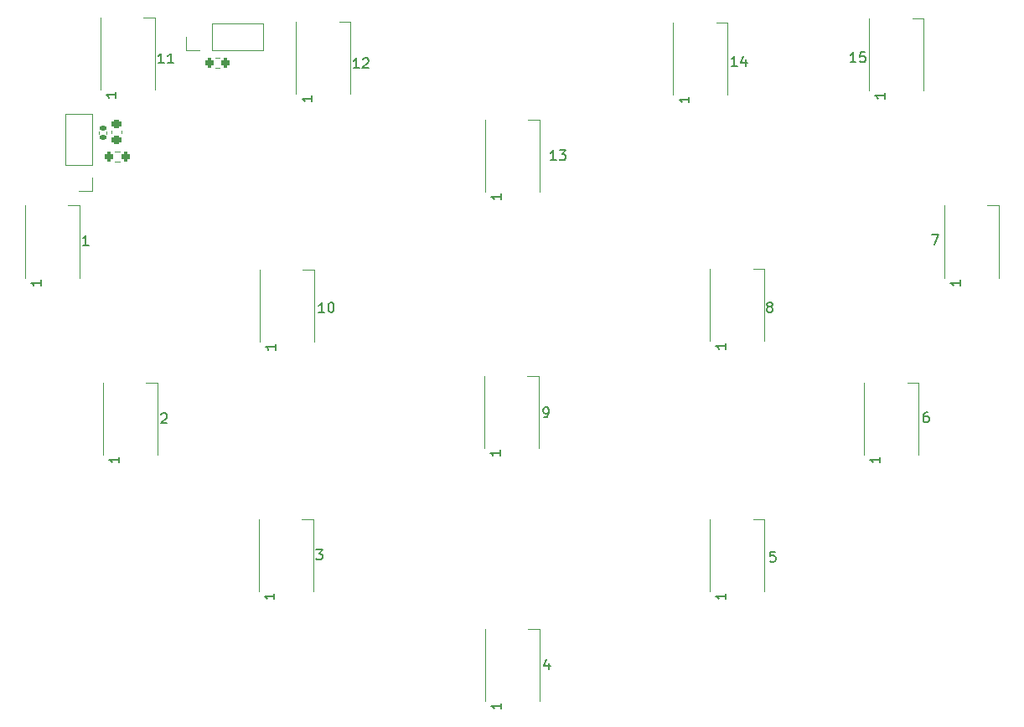
<source format=gto>
%TF.GenerationSoftware,KiCad,Pcbnew,6.0.4-6f826c9f35~116~ubuntu20.04.1*%
%TF.CreationDate,2022-04-29T20:59:42-06:00*%
%TF.ProjectId,heart,68656172-742e-46b6-9963-61645f706362,rev?*%
%TF.SameCoordinates,Original*%
%TF.FileFunction,Legend,Top*%
%TF.FilePolarity,Positive*%
%FSLAX46Y46*%
G04 Gerber Fmt 4.6, Leading zero omitted, Abs format (unit mm)*
G04 Created by KiCad (PCBNEW 6.0.4-6f826c9f35~116~ubuntu20.04.1) date 2022-04-29 20:59:42*
%MOMM*%
%LPD*%
G01*
G04 APERTURE LIST*
G04 Aperture macros list*
%AMRoundRect*
0 Rectangle with rounded corners*
0 $1 Rounding radius*
0 $2 $3 $4 $5 $6 $7 $8 $9 X,Y pos of 4 corners*
0 Add a 4 corners polygon primitive as box body*
4,1,4,$2,$3,$4,$5,$6,$7,$8,$9,$2,$3,0*
0 Add four circle primitives for the rounded corners*
1,1,$1+$1,$2,$3*
1,1,$1+$1,$4,$5*
1,1,$1+$1,$6,$7*
1,1,$1+$1,$8,$9*
0 Add four rect primitives between the rounded corners*
20,1,$1+$1,$2,$3,$4,$5,0*
20,1,$1+$1,$4,$5,$6,$7,0*
20,1,$1+$1,$6,$7,$8,$9,0*
20,1,$1+$1,$8,$9,$2,$3,0*%
G04 Aperture macros list end*
%ADD10C,0.150000*%
%ADD11C,0.120000*%
%ADD12C,3.200000*%
%ADD13R,1.000000X1.500000*%
%ADD14RoundRect,0.200000X-0.200000X-0.275000X0.200000X-0.275000X0.200000X0.275000X-0.200000X0.275000X0*%
%ADD15R,1.700000X1.700000*%
%ADD16O,1.700000X1.700000*%
%ADD17RoundRect,0.225000X-0.250000X0.225000X-0.250000X-0.225000X0.250000X-0.225000X0.250000X0.225000X0*%
%ADD18RoundRect,0.140000X-0.170000X0.140000X-0.170000X-0.140000X0.170000X-0.140000X0.170000X0.140000X0*%
G04 APERTURE END LIST*
D10*
X64209523Y-114152380D02*
X63638095Y-114152380D01*
X63923809Y-114152380D02*
X63923809Y-113152380D01*
X63828571Y-113295238D01*
X63733333Y-113390476D01*
X63638095Y-113438095D01*
X64828571Y-113152380D02*
X64923809Y-113152380D01*
X65019047Y-113200000D01*
X65066666Y-113247619D01*
X65114285Y-113342857D01*
X65161904Y-113533333D01*
X65161904Y-113771428D01*
X65114285Y-113961904D01*
X65066666Y-114057142D01*
X65019047Y-114104761D01*
X64923809Y-114152380D01*
X64828571Y-114152380D01*
X64733333Y-114104761D01*
X64685714Y-114057142D01*
X64638095Y-113961904D01*
X64590476Y-113771428D01*
X64590476Y-113533333D01*
X64638095Y-113342857D01*
X64685714Y-113247619D01*
X64733333Y-113200000D01*
X64828571Y-113152380D01*
X67709523Y-89452380D02*
X67138095Y-89452380D01*
X67423809Y-89452380D02*
X67423809Y-88452380D01*
X67328571Y-88595238D01*
X67233333Y-88690476D01*
X67138095Y-88738095D01*
X68090476Y-88547619D02*
X68138095Y-88500000D01*
X68233333Y-88452380D01*
X68471428Y-88452380D01*
X68566666Y-88500000D01*
X68614285Y-88547619D01*
X68661904Y-88642857D01*
X68661904Y-88738095D01*
X68614285Y-88880952D01*
X68042857Y-89452380D01*
X68661904Y-89452380D01*
X117909523Y-88852380D02*
X117338095Y-88852380D01*
X117623809Y-88852380D02*
X117623809Y-87852380D01*
X117528571Y-87995238D01*
X117433333Y-88090476D01*
X117338095Y-88138095D01*
X118814285Y-87852380D02*
X118338095Y-87852380D01*
X118290476Y-88328571D01*
X118338095Y-88280952D01*
X118433333Y-88233333D01*
X118671428Y-88233333D01*
X118766666Y-88280952D01*
X118814285Y-88328571D01*
X118861904Y-88423809D01*
X118861904Y-88661904D01*
X118814285Y-88757142D01*
X118766666Y-88804761D01*
X118671428Y-88852380D01*
X118433333Y-88852380D01*
X118338095Y-88804761D01*
X118290476Y-88757142D01*
X86890476Y-149585714D02*
X86890476Y-150252380D01*
X86652380Y-149204761D02*
X86414285Y-149919047D01*
X87033333Y-149919047D01*
X40385714Y-107352380D02*
X39814285Y-107352380D01*
X40100000Y-107352380D02*
X40100000Y-106352380D01*
X40004761Y-106495238D01*
X39909523Y-106590476D01*
X39814285Y-106638095D01*
X125190476Y-124252380D02*
X125000000Y-124252380D01*
X124904761Y-124300000D01*
X124857142Y-124347619D01*
X124761904Y-124490476D01*
X124714285Y-124680952D01*
X124714285Y-125061904D01*
X124761904Y-125157142D01*
X124809523Y-125204761D01*
X124904761Y-125252380D01*
X125095238Y-125252380D01*
X125190476Y-125204761D01*
X125238095Y-125157142D01*
X125285714Y-125061904D01*
X125285714Y-124823809D01*
X125238095Y-124728571D01*
X125190476Y-124680952D01*
X125095238Y-124633333D01*
X124904761Y-124633333D01*
X124809523Y-124680952D01*
X124761904Y-124728571D01*
X124714285Y-124823809D01*
X86409523Y-124752380D02*
X86600000Y-124752380D01*
X86695238Y-124704761D01*
X86742857Y-124657142D01*
X86838095Y-124514285D01*
X86885714Y-124323809D01*
X86885714Y-123942857D01*
X86838095Y-123847619D01*
X86790476Y-123800000D01*
X86695238Y-123752380D01*
X86504761Y-123752380D01*
X86409523Y-123800000D01*
X86361904Y-123847619D01*
X86314285Y-123942857D01*
X86314285Y-124180952D01*
X86361904Y-124276190D01*
X86409523Y-124323809D01*
X86504761Y-124371428D01*
X86695238Y-124371428D01*
X86790476Y-124323809D01*
X86838095Y-124276190D01*
X86885714Y-124180952D01*
X47714285Y-124447619D02*
X47761904Y-124400000D01*
X47857142Y-124352380D01*
X48095238Y-124352380D01*
X48190476Y-124400000D01*
X48238095Y-124447619D01*
X48285714Y-124542857D01*
X48285714Y-124638095D01*
X48238095Y-124780952D01*
X47666666Y-125352380D01*
X48285714Y-125352380D01*
X63366666Y-138152380D02*
X63985714Y-138152380D01*
X63652380Y-138533333D01*
X63795238Y-138533333D01*
X63890476Y-138580952D01*
X63938095Y-138628571D01*
X63985714Y-138723809D01*
X63985714Y-138961904D01*
X63938095Y-139057142D01*
X63890476Y-139104761D01*
X63795238Y-139152380D01*
X63509523Y-139152380D01*
X63414285Y-139104761D01*
X63366666Y-139057142D01*
X125566666Y-106252380D02*
X126233333Y-106252380D01*
X125804761Y-107252380D01*
X109104761Y-113580952D02*
X109009523Y-113533333D01*
X108961904Y-113485714D01*
X108914285Y-113390476D01*
X108914285Y-113342857D01*
X108961904Y-113247619D01*
X109009523Y-113200000D01*
X109104761Y-113152380D01*
X109295238Y-113152380D01*
X109390476Y-113200000D01*
X109438095Y-113247619D01*
X109485714Y-113342857D01*
X109485714Y-113390476D01*
X109438095Y-113485714D01*
X109390476Y-113533333D01*
X109295238Y-113580952D01*
X109104761Y-113580952D01*
X109009523Y-113628571D01*
X108961904Y-113676190D01*
X108914285Y-113771428D01*
X108914285Y-113961904D01*
X108961904Y-114057142D01*
X109009523Y-114104761D01*
X109104761Y-114152380D01*
X109295238Y-114152380D01*
X109390476Y-114104761D01*
X109438095Y-114057142D01*
X109485714Y-113961904D01*
X109485714Y-113771428D01*
X109438095Y-113676190D01*
X109390476Y-113628571D01*
X109295238Y-113580952D01*
X87609523Y-98752380D02*
X87038095Y-98752380D01*
X87323809Y-98752380D02*
X87323809Y-97752380D01*
X87228571Y-97895238D01*
X87133333Y-97990476D01*
X87038095Y-98038095D01*
X87942857Y-97752380D02*
X88561904Y-97752380D01*
X88228571Y-98133333D01*
X88371428Y-98133333D01*
X88466666Y-98180952D01*
X88514285Y-98228571D01*
X88561904Y-98323809D01*
X88561904Y-98561904D01*
X88514285Y-98657142D01*
X88466666Y-98704761D01*
X88371428Y-98752380D01*
X88085714Y-98752380D01*
X87990476Y-98704761D01*
X87942857Y-98657142D01*
X105909523Y-89252380D02*
X105338095Y-89252380D01*
X105623809Y-89252380D02*
X105623809Y-88252380D01*
X105528571Y-88395238D01*
X105433333Y-88490476D01*
X105338095Y-88538095D01*
X106766666Y-88585714D02*
X106766666Y-89252380D01*
X106528571Y-88204761D02*
X106290476Y-88919047D01*
X106909523Y-88919047D01*
X109738095Y-138352380D02*
X109261904Y-138352380D01*
X109214285Y-138828571D01*
X109261904Y-138780952D01*
X109357142Y-138733333D01*
X109595238Y-138733333D01*
X109690476Y-138780952D01*
X109738095Y-138828571D01*
X109785714Y-138923809D01*
X109785714Y-139161904D01*
X109738095Y-139257142D01*
X109690476Y-139304761D01*
X109595238Y-139352380D01*
X109357142Y-139352380D01*
X109261904Y-139304761D01*
X109214285Y-139257142D01*
X48009523Y-88952380D02*
X47438095Y-88952380D01*
X47723809Y-88952380D02*
X47723809Y-87952380D01*
X47628571Y-88095238D01*
X47533333Y-88190476D01*
X47438095Y-88238095D01*
X48961904Y-88952380D02*
X48390476Y-88952380D01*
X48676190Y-88952380D02*
X48676190Y-87952380D01*
X48580952Y-88095238D01*
X48485714Y-88190476D01*
X48390476Y-88238095D01*
%TO.C,D1*%
X35552380Y-110864285D02*
X35552380Y-111435714D01*
X35552380Y-111150000D02*
X34552380Y-111150000D01*
X34695238Y-111245238D01*
X34790476Y-111340476D01*
X34838095Y-111435714D01*
%TO.C,D12*%
X128452380Y-110864285D02*
X128452380Y-111435714D01*
X128452380Y-111150000D02*
X127452380Y-111150000D01*
X127595238Y-111245238D01*
X127690476Y-111340476D01*
X127738095Y-111435714D01*
%TO.C,D7*%
X43152380Y-91864285D02*
X43152380Y-92435714D01*
X43152380Y-92150000D02*
X42152380Y-92150000D01*
X42295238Y-92245238D01*
X42390476Y-92340476D01*
X42438095Y-92435714D01*
%TO.C,D11*%
X82052380Y-102164285D02*
X82052380Y-102735714D01*
X82052380Y-102450000D02*
X81052380Y-102450000D01*
X81195238Y-102545238D01*
X81290476Y-102640476D01*
X81338095Y-102735714D01*
%TO.C,D3*%
X81952380Y-128064285D02*
X81952380Y-128635714D01*
X81952380Y-128350000D02*
X80952380Y-128350000D01*
X81095238Y-128445238D01*
X81190476Y-128540476D01*
X81238095Y-128635714D01*
%TO.C,D14*%
X104752380Y-117264285D02*
X104752380Y-117835714D01*
X104752380Y-117550000D02*
X103752380Y-117550000D01*
X103895238Y-117645238D01*
X103990476Y-117740476D01*
X104038095Y-117835714D01*
%TO.C,D10*%
X120352380Y-128764285D02*
X120352380Y-129335714D01*
X120352380Y-129050000D02*
X119352380Y-129050000D01*
X119495238Y-129145238D01*
X119590476Y-129240476D01*
X119638095Y-129335714D01*
%TO.C,D2*%
X43452380Y-128764285D02*
X43452380Y-129335714D01*
X43452380Y-129050000D02*
X42452380Y-129050000D01*
X42595238Y-129145238D01*
X42690476Y-129240476D01*
X42738095Y-129335714D01*
%TO.C,D4*%
X59152380Y-142564285D02*
X59152380Y-143135714D01*
X59152380Y-142850000D02*
X58152380Y-142850000D01*
X58295238Y-142945238D01*
X58390476Y-143040476D01*
X58438095Y-143135714D01*
%TO.C,D15*%
X120852380Y-91964285D02*
X120852380Y-92535714D01*
X120852380Y-92250000D02*
X119852380Y-92250000D01*
X119995238Y-92345238D01*
X120090476Y-92440476D01*
X120138095Y-92535714D01*
%TO.C,D13*%
X101052380Y-92364285D02*
X101052380Y-92935714D01*
X101052380Y-92650000D02*
X100052380Y-92650000D01*
X100195238Y-92745238D01*
X100290476Y-92840476D01*
X100338095Y-92935714D01*
%TO.C,D5*%
X59252380Y-117364285D02*
X59252380Y-117935714D01*
X59252380Y-117650000D02*
X58252380Y-117650000D01*
X58395238Y-117745238D01*
X58490476Y-117840476D01*
X58538095Y-117935714D01*
%TO.C,D6*%
X82052380Y-153664285D02*
X82052380Y-154235714D01*
X82052380Y-153950000D02*
X81052380Y-153950000D01*
X81195238Y-154045238D01*
X81290476Y-154140476D01*
X81338095Y-154235714D01*
%TO.C,D9*%
X62952380Y-92264285D02*
X62952380Y-92835714D01*
X62952380Y-92550000D02*
X61952380Y-92550000D01*
X62095238Y-92645238D01*
X62190476Y-92740476D01*
X62238095Y-92835714D01*
%TO.C,D8*%
X104752380Y-142564285D02*
X104752380Y-143135714D01*
X104752380Y-142850000D02*
X103752380Y-142850000D01*
X103895238Y-142945238D01*
X103990476Y-143040476D01*
X104038095Y-143135714D01*
D11*
%TO.C,D1*%
X33950000Y-110650000D02*
X33950000Y-103350000D01*
X39450000Y-103350000D02*
X38300000Y-103350000D01*
X39450000Y-110650000D02*
X39450000Y-103350000D01*
%TO.C,D12*%
X132350000Y-110650000D02*
X132350000Y-103350000D01*
X126850000Y-110650000D02*
X126850000Y-103350000D01*
X132350000Y-103350000D02*
X131200000Y-103350000D01*
%TO.C,D7*%
X47050000Y-91650000D02*
X47050000Y-84350000D01*
X41550000Y-91650000D02*
X41550000Y-84350000D01*
X47050000Y-84350000D02*
X45900000Y-84350000D01*
%TO.C,D11*%
X80450000Y-101950000D02*
X80450000Y-94650000D01*
X85950000Y-101950000D02*
X85950000Y-94650000D01*
X85950000Y-94650000D02*
X84800000Y-94650000D01*
%TO.C,D3*%
X85850000Y-127850000D02*
X85850000Y-120550000D01*
X80350000Y-127850000D02*
X80350000Y-120550000D01*
X85850000Y-120550000D02*
X84700000Y-120550000D01*
%TO.C,D14*%
X103150000Y-117050000D02*
X103150000Y-109750000D01*
X108650000Y-109750000D02*
X107500000Y-109750000D01*
X108650000Y-117050000D02*
X108650000Y-109750000D01*
%TO.C,D10*%
X118750000Y-128550000D02*
X118750000Y-121250000D01*
X124250000Y-121250000D02*
X123100000Y-121250000D01*
X124250000Y-128550000D02*
X124250000Y-121250000D01*
%TO.C,R2*%
X53162742Y-88377500D02*
X53637258Y-88377500D01*
X53162742Y-89422500D02*
X53637258Y-89422500D01*
%TO.C,D2*%
X47350000Y-121250000D02*
X46200000Y-121250000D01*
X47350000Y-128550000D02*
X47350000Y-121250000D01*
X41850000Y-128550000D02*
X41850000Y-121250000D01*
%TO.C,J2*%
X52845000Y-87630000D02*
X52845000Y-84970000D01*
X52845000Y-87630000D02*
X57985000Y-87630000D01*
X51575000Y-87630000D02*
X50245000Y-87630000D01*
X50245000Y-87630000D02*
X50245000Y-86300000D01*
X57985000Y-87630000D02*
X57985000Y-84970000D01*
X52845000Y-84970000D02*
X57985000Y-84970000D01*
%TO.C,C1*%
X42690000Y-95759420D02*
X42690000Y-96040580D01*
X43710000Y-95759420D02*
X43710000Y-96040580D01*
%TO.C,R1*%
X43062742Y-97877500D02*
X43537258Y-97877500D01*
X43062742Y-98922500D02*
X43537258Y-98922500D01*
%TO.C,D4*%
X63050000Y-135050000D02*
X61900000Y-135050000D01*
X57550000Y-142350000D02*
X57550000Y-135050000D01*
X63050000Y-142350000D02*
X63050000Y-135050000D01*
%TO.C,D15*%
X124750000Y-84450000D02*
X123600000Y-84450000D01*
X124750000Y-91750000D02*
X124750000Y-84450000D01*
X119250000Y-91750000D02*
X119250000Y-84450000D01*
%TO.C,D13*%
X99450000Y-92150000D02*
X99450000Y-84850000D01*
X104950000Y-92150000D02*
X104950000Y-84850000D01*
X104950000Y-84850000D02*
X103800000Y-84850000D01*
%TO.C,D5*%
X57650000Y-117150000D02*
X57650000Y-109850000D01*
X63150000Y-117150000D02*
X63150000Y-109850000D01*
X63150000Y-109850000D02*
X62000000Y-109850000D01*
%TO.C,C2*%
X41440000Y-95892164D02*
X41440000Y-96107836D01*
X42160000Y-95892164D02*
X42160000Y-96107836D01*
%TO.C,D6*%
X85950000Y-153450000D02*
X85950000Y-146150000D01*
X80450000Y-153450000D02*
X80450000Y-146150000D01*
X85950000Y-146150000D02*
X84800000Y-146150000D01*
%TO.C,D9*%
X66850000Y-92050000D02*
X66850000Y-84750000D01*
X61350000Y-92050000D02*
X61350000Y-84750000D01*
X66850000Y-84750000D02*
X65700000Y-84750000D01*
%TO.C,J1*%
X40730000Y-99245000D02*
X40730000Y-94105000D01*
X40730000Y-100515000D02*
X40730000Y-101845000D01*
X38070000Y-99245000D02*
X38070000Y-94105000D01*
X40730000Y-94105000D02*
X38070000Y-94105000D01*
X40730000Y-99245000D02*
X38070000Y-99245000D01*
X40730000Y-101845000D02*
X39400000Y-101845000D01*
%TO.C,D8*%
X108650000Y-142350000D02*
X108650000Y-135050000D01*
X103150000Y-142350000D02*
X103150000Y-135050000D01*
X108650000Y-135050000D02*
X107500000Y-135050000D01*
%TD*%
%LPC*%
D12*
%TO.C,H4*%
X98900000Y-133700000D03*
%TD*%
%TO.C,H3*%
X50576851Y-103700000D03*
%TD*%
%TO.C,H2*%
X68000000Y-133700000D03*
%TD*%
%TO.C,H1*%
X114600000Y-103700000D03*
%TD*%
D13*
%TO.C,D1*%
X35100000Y-109450000D03*
X38300000Y-109450000D03*
X38300000Y-104550000D03*
X35100000Y-104550000D03*
%TD*%
%TO.C,D12*%
X128000000Y-109450000D03*
X131200000Y-109450000D03*
X131200000Y-104550000D03*
X128000000Y-104550000D03*
%TD*%
%TO.C,D7*%
X42700000Y-90450000D03*
X45900000Y-90450000D03*
X45900000Y-85550000D03*
X42700000Y-85550000D03*
%TD*%
%TO.C,D11*%
X81600000Y-100750000D03*
X84800000Y-100750000D03*
X84800000Y-95850000D03*
X81600000Y-95850000D03*
%TD*%
%TO.C,D3*%
X81500000Y-126650000D03*
X84700000Y-126650000D03*
X84700000Y-121750000D03*
X81500000Y-121750000D03*
%TD*%
%TO.C,D14*%
X104300000Y-115850000D03*
X107500000Y-115850000D03*
X107500000Y-110950000D03*
X104300000Y-110950000D03*
%TD*%
%TO.C,D10*%
X119900000Y-127350000D03*
X123100000Y-127350000D03*
X123100000Y-122450000D03*
X119900000Y-122450000D03*
%TD*%
D14*
%TO.C,R2*%
X52575000Y-88900000D03*
X54225000Y-88900000D03*
%TD*%
D13*
%TO.C,D2*%
X43000000Y-127350000D03*
X46200000Y-127350000D03*
X46200000Y-122450000D03*
X43000000Y-122450000D03*
%TD*%
D15*
%TO.C,J2*%
X51575000Y-86300000D03*
D16*
X54115000Y-86300000D03*
X56655000Y-86300000D03*
%TD*%
D17*
%TO.C,C1*%
X43200000Y-95125000D03*
X43200000Y-96675000D03*
%TD*%
D14*
%TO.C,R1*%
X42475000Y-98400000D03*
X44125000Y-98400000D03*
%TD*%
D13*
%TO.C,D4*%
X58700000Y-141150000D03*
X61900000Y-141150000D03*
X61900000Y-136250000D03*
X58700000Y-136250000D03*
%TD*%
%TO.C,D15*%
X120400000Y-90550000D03*
X123600000Y-90550000D03*
X123600000Y-85650000D03*
X120400000Y-85650000D03*
%TD*%
%TO.C,D13*%
X100600000Y-90950000D03*
X103800000Y-90950000D03*
X103800000Y-86050000D03*
X100600000Y-86050000D03*
%TD*%
%TO.C,D5*%
X58800000Y-115950000D03*
X62000000Y-115950000D03*
X62000000Y-111050000D03*
X58800000Y-111050000D03*
%TD*%
D18*
%TO.C,C2*%
X41800000Y-95520000D03*
X41800000Y-96480000D03*
%TD*%
D13*
%TO.C,D6*%
X81600000Y-152250000D03*
X84800000Y-152250000D03*
X84800000Y-147350000D03*
X81600000Y-147350000D03*
%TD*%
%TO.C,D9*%
X62500000Y-90850000D03*
X65700000Y-90850000D03*
X65700000Y-85950000D03*
X62500000Y-85950000D03*
%TD*%
D15*
%TO.C,J1*%
X39400000Y-100515000D03*
D16*
X39400000Y-97975000D03*
X39400000Y-95435000D03*
%TD*%
D13*
%TO.C,D8*%
X104300000Y-141150000D03*
X107500000Y-141150000D03*
X107500000Y-136250000D03*
X104300000Y-136250000D03*
%TD*%
M02*

</source>
